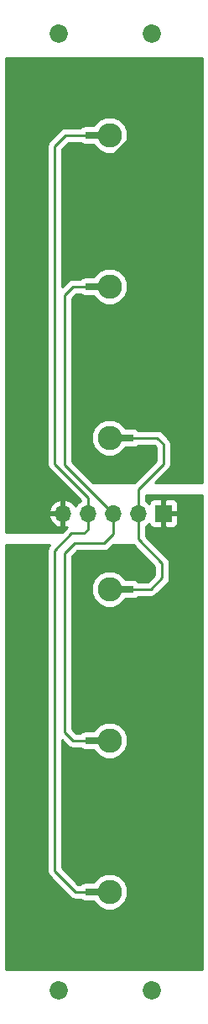
<source format=gtl>
G04 #@! TF.FileFunction,Copper,L1,Top,Signal*
%FSLAX46Y46*%
G04 Gerber Fmt 4.6, Leading zero omitted, Abs format (unit mm)*
G04 Created by KiCad (PCBNEW 4.0.7) date 02/21/18 20:26:29*
%MOMM*%
%LPD*%
G01*
G04 APERTURE LIST*
%ADD10C,0.100000*%
%ADD11R,1.700000X1.700000*%
%ADD12O,1.700000X1.700000*%
%ADD13C,1.850000*%
%ADD14R,1.090000X0.608000*%
%ADD15R,3.920000X1.090000*%
%ADD16C,2.450000*%
%ADD17R,2.450000X0.640000*%
%ADD18R,1.090000X3.920000*%
%ADD19C,0.250000*%
%ADD20C,0.254000*%
G04 APERTURE END LIST*
D10*
D11*
X142320000Y-97340000D03*
D12*
X139780000Y-97340000D03*
X137240000Y-97340000D03*
X134700000Y-97340000D03*
X132160000Y-97340000D03*
D13*
X131780000Y-145370000D03*
X141180000Y-145370000D03*
X131780000Y-48980000D03*
X141180000Y-48980000D03*
D10*
G36*
X133907500Y-57375001D02*
X134532500Y-56285001D01*
X134907500Y-56285001D01*
X135532500Y-57375001D01*
X133907500Y-57375001D01*
X133907500Y-57375001D01*
G37*
G36*
X138207500Y-57375001D02*
X138832500Y-56285001D01*
X139207500Y-56285001D01*
X139832500Y-57375001D01*
X138207500Y-57375001D01*
X138207500Y-57375001D01*
G37*
G36*
X135532500Y-61085001D02*
X134907500Y-62175001D01*
X134532500Y-62175001D01*
X133907500Y-61085001D01*
X135532500Y-61085001D01*
X135532500Y-61085001D01*
G37*
D14*
X134470000Y-57630001D03*
D15*
X136870000Y-61645001D03*
D16*
X136870000Y-59230001D03*
D17*
X135620000Y-59230001D03*
D15*
X136870000Y-56815001D03*
D18*
X139285000Y-59230001D03*
D14*
X134470000Y-60830001D03*
D10*
G36*
X139832500Y-61135001D02*
X139207500Y-62225001D01*
X138832500Y-62225001D01*
X138207500Y-61135001D01*
X139832500Y-61135001D01*
X139832500Y-61135001D01*
G37*
G36*
X133907500Y-72615001D02*
X134532500Y-71525001D01*
X134907500Y-71525001D01*
X135532500Y-72615001D01*
X133907500Y-72615001D01*
X133907500Y-72615001D01*
G37*
G36*
X138207500Y-72615001D02*
X138832500Y-71525001D01*
X139207500Y-71525001D01*
X139832500Y-72615001D01*
X138207500Y-72615001D01*
X138207500Y-72615001D01*
G37*
G36*
X135532500Y-76325001D02*
X134907500Y-77415001D01*
X134532500Y-77415001D01*
X133907500Y-76325001D01*
X135532500Y-76325001D01*
X135532500Y-76325001D01*
G37*
D14*
X134470000Y-72870001D03*
D15*
X136870000Y-76885001D03*
D16*
X136870000Y-74470001D03*
D17*
X135620000Y-74470001D03*
D15*
X136870000Y-72055001D03*
D18*
X139285000Y-74470001D03*
D14*
X134470000Y-76070001D03*
D10*
G36*
X139832500Y-76375001D02*
X139207500Y-77465001D01*
X138832500Y-77465001D01*
X138207500Y-76375001D01*
X139832500Y-76375001D01*
X139832500Y-76375001D01*
G37*
G36*
X139832500Y-91565001D02*
X139207500Y-92655001D01*
X138832500Y-92655001D01*
X138207500Y-91565001D01*
X139832500Y-91565001D01*
X139832500Y-91565001D01*
G37*
G36*
X135532500Y-91565001D02*
X134907500Y-92655001D01*
X134532500Y-92655001D01*
X133907500Y-91565001D01*
X135532500Y-91565001D01*
X135532500Y-91565001D01*
G37*
G36*
X138207500Y-87855001D02*
X138832500Y-86765001D01*
X139207500Y-86765001D01*
X139832500Y-87855001D01*
X138207500Y-87855001D01*
X138207500Y-87855001D01*
G37*
D14*
X139270000Y-91310001D03*
D15*
X136870000Y-87295001D03*
D16*
X136870000Y-89710001D03*
D17*
X138120000Y-89710001D03*
D15*
X136870000Y-92125001D03*
D18*
X134455000Y-89710001D03*
D14*
X139270000Y-88110001D03*
D10*
G36*
X133907500Y-87805001D02*
X134532500Y-86715001D01*
X134907500Y-86715001D01*
X135532500Y-87805001D01*
X133907500Y-87805001D01*
X133907500Y-87805001D01*
G37*
G36*
X139832500Y-106805001D02*
X139207500Y-107895001D01*
X138832500Y-107895001D01*
X138207500Y-106805001D01*
X139832500Y-106805001D01*
X139832500Y-106805001D01*
G37*
G36*
X135532500Y-106805001D02*
X134907500Y-107895001D01*
X134532500Y-107895001D01*
X133907500Y-106805001D01*
X135532500Y-106805001D01*
X135532500Y-106805001D01*
G37*
G36*
X138207500Y-103095001D02*
X138832500Y-102005001D01*
X139207500Y-102005001D01*
X139832500Y-103095001D01*
X138207500Y-103095001D01*
X138207500Y-103095001D01*
G37*
D14*
X139270000Y-106550001D03*
D15*
X136870000Y-102535001D03*
D16*
X136870000Y-104950001D03*
D17*
X138120000Y-104950001D03*
D15*
X136870000Y-107365001D03*
D18*
X134455000Y-104950001D03*
D14*
X139270000Y-103350001D03*
D10*
G36*
X133907500Y-103045001D02*
X134532500Y-101955001D01*
X134907500Y-101955001D01*
X135532500Y-103045001D01*
X133907500Y-103045001D01*
X133907500Y-103045001D01*
G37*
G36*
X133907500Y-118335001D02*
X134532500Y-117245001D01*
X134907500Y-117245001D01*
X135532500Y-118335001D01*
X133907500Y-118335001D01*
X133907500Y-118335001D01*
G37*
G36*
X138207500Y-118335001D02*
X138832500Y-117245001D01*
X139207500Y-117245001D01*
X139832500Y-118335001D01*
X138207500Y-118335001D01*
X138207500Y-118335001D01*
G37*
G36*
X135532500Y-122045001D02*
X134907500Y-123135001D01*
X134532500Y-123135001D01*
X133907500Y-122045001D01*
X135532500Y-122045001D01*
X135532500Y-122045001D01*
G37*
D14*
X134470000Y-118590001D03*
D15*
X136870000Y-122605001D03*
D16*
X136870000Y-120190001D03*
D17*
X135620000Y-120190001D03*
D15*
X136870000Y-117775001D03*
D18*
X139285000Y-120190001D03*
D14*
X134470000Y-121790001D03*
D10*
G36*
X139832500Y-122095001D02*
X139207500Y-123185001D01*
X138832500Y-123185001D01*
X138207500Y-122095001D01*
X139832500Y-122095001D01*
X139832500Y-122095001D01*
G37*
G36*
X133907500Y-133575001D02*
X134532500Y-132485001D01*
X134907500Y-132485001D01*
X135532500Y-133575001D01*
X133907500Y-133575001D01*
X133907500Y-133575001D01*
G37*
G36*
X138207500Y-133575001D02*
X138832500Y-132485001D01*
X139207500Y-132485001D01*
X139832500Y-133575001D01*
X138207500Y-133575001D01*
X138207500Y-133575001D01*
G37*
G36*
X135532500Y-137285001D02*
X134907500Y-138375001D01*
X134532500Y-138375001D01*
X133907500Y-137285001D01*
X135532500Y-137285001D01*
X135532500Y-137285001D01*
G37*
D14*
X134470000Y-133830001D03*
D15*
X136870000Y-137845001D03*
D16*
X136870000Y-135430001D03*
D17*
X135620000Y-135430001D03*
D15*
X136870000Y-133015001D03*
D18*
X139285000Y-135430001D03*
D14*
X134470000Y-137030001D03*
D10*
G36*
X139832500Y-137335001D02*
X139207500Y-138425001D01*
X138832500Y-138425001D01*
X138207500Y-137335001D01*
X139832500Y-137335001D01*
X139832500Y-137335001D01*
G37*
D19*
X138285000Y-56815001D02*
X136870000Y-56815001D01*
X139080000Y-57610001D02*
X138285000Y-56815001D01*
X139080000Y-59314003D02*
X139080000Y-57610001D01*
X136764002Y-61630001D02*
X139080000Y-59314003D01*
X134720000Y-61630001D02*
X136764002Y-61630001D01*
X134720000Y-91465001D02*
X134720000Y-92110001D01*
X139020000Y-56830001D02*
X139020000Y-57380001D01*
X139020000Y-57380001D02*
X139270000Y-57630001D01*
X136870000Y-56815001D02*
X139005000Y-56815001D01*
X139005000Y-56815001D02*
X139020000Y-56830001D01*
X136870000Y-61645001D02*
X134735000Y-61645001D01*
X134735000Y-61645001D02*
X134720000Y-61630001D01*
X139020000Y-61630001D02*
X136885000Y-61630001D01*
X136885000Y-61630001D02*
X136870000Y-61645001D01*
X139270000Y-60830001D02*
X139270000Y-61380001D01*
X139270000Y-61380001D02*
X139020000Y-61630001D01*
X134720000Y-72020001D02*
X135108494Y-71631507D01*
X135108494Y-62018495D02*
X134720000Y-61630001D01*
X139020000Y-72070001D02*
X139020000Y-72620001D01*
X139020000Y-72620001D02*
X139270000Y-72870001D01*
X136870000Y-72055001D02*
X139005000Y-72055001D01*
X139005000Y-72055001D02*
X139020000Y-72070001D01*
X134720000Y-72020001D02*
X136835000Y-72020001D01*
X136835000Y-72020001D02*
X136870000Y-72055001D01*
X134455000Y-72260001D02*
X134695000Y-72020001D01*
X134695000Y-72020001D02*
X134720000Y-72020001D01*
X136870000Y-76885001D02*
X134735000Y-76885001D01*
X134735000Y-76885001D02*
X134720000Y-76870001D01*
X139020000Y-76870001D02*
X136885000Y-76870001D01*
X136885000Y-76870001D02*
X136870000Y-76885001D01*
X139270000Y-76070001D02*
X139270000Y-76620001D01*
X139270000Y-76620001D02*
X139020000Y-76870001D01*
X139020000Y-87310001D02*
X139020000Y-87860001D01*
X139020000Y-87860001D02*
X139270000Y-88110001D01*
X136870000Y-87295001D02*
X139005000Y-87295001D01*
X139005000Y-87295001D02*
X139020000Y-87310001D01*
X134720000Y-87260001D02*
X136835000Y-87260001D01*
X136835000Y-87260001D02*
X136870000Y-87295001D01*
X134455000Y-89710001D02*
X134455000Y-87500001D01*
X134455000Y-87500001D02*
X134695000Y-87260001D01*
X134695000Y-87260001D02*
X134720000Y-87260001D01*
X134720000Y-92110001D02*
X134720000Y-89975001D01*
X134720000Y-89975001D02*
X134455000Y-89710001D01*
X136870000Y-92125001D02*
X134735000Y-92125001D01*
X134735000Y-92125001D02*
X134720000Y-92110001D01*
X139020000Y-92110001D02*
X136885000Y-92110001D01*
X136885000Y-92110001D02*
X136870000Y-92125001D01*
X139270000Y-91310001D02*
X139270000Y-91860001D01*
X139270000Y-91860001D02*
X139020000Y-92110001D01*
X139005000Y-137845001D02*
X139020000Y-137830001D01*
X136855000Y-137830001D02*
X136870000Y-137845001D01*
X134645000Y-137830001D02*
X134720000Y-137830001D01*
X136885000Y-133030001D02*
X136870000Y-133015001D01*
X136835000Y-102500001D02*
X136870000Y-102535001D01*
X136885000Y-107350001D02*
X136870000Y-107365001D01*
X131320000Y-60340000D02*
X132429999Y-59230001D01*
X132429999Y-59230001D02*
X135620000Y-59230001D01*
X134700000Y-97340000D02*
X134700000Y-95720000D01*
X134700000Y-95720000D02*
X131320000Y-92340000D01*
X131320000Y-92340000D02*
X131320000Y-60340000D01*
X136870000Y-59230001D02*
X135620000Y-59230001D01*
X135620000Y-59230001D02*
X135091410Y-59230001D01*
X134700000Y-97340000D02*
X134700000Y-98960000D01*
X134700000Y-98960000D02*
X134320000Y-99340000D01*
X134320000Y-99340000D02*
X133051146Y-99340000D01*
X133051146Y-99340000D02*
X131320000Y-101071146D01*
X133410001Y-135430001D02*
X135620000Y-135430001D01*
X131320000Y-101071146D02*
X131320000Y-133340000D01*
X131320000Y-133340000D02*
X133410001Y-135430001D01*
X135620000Y-135430001D02*
X136870000Y-135430001D01*
X134004990Y-74470001D02*
X135620000Y-74470001D01*
X135620000Y-74470001D02*
X136870000Y-74470001D01*
X137240000Y-97340000D02*
X132320000Y-92420000D01*
X132320000Y-92420000D02*
X132320000Y-75340000D01*
X132320000Y-75340000D02*
X133189999Y-74470001D01*
X133189999Y-74470001D02*
X134004990Y-74470001D01*
X135620000Y-120190001D02*
X136870000Y-120190001D01*
X132320000Y-119340000D02*
X133170001Y-120190001D01*
X133170001Y-120190001D02*
X135620000Y-120190001D01*
X132320000Y-101340000D02*
X132320000Y-119340000D01*
X133320000Y-100340000D02*
X132320000Y-101340000D01*
X136320000Y-100340000D02*
X133320000Y-100340000D01*
X137240000Y-99420000D02*
X136320000Y-100340000D01*
X137240000Y-97340000D02*
X137240000Y-99420000D01*
X138120000Y-104950001D02*
X141054710Y-104950001D01*
X141054710Y-104950001D02*
X142190877Y-103813834D01*
X142190877Y-103813834D02*
X142190877Y-102349559D01*
X142190877Y-102349559D02*
X139780000Y-99938682D01*
X139780000Y-99938682D02*
X139780000Y-97340000D01*
X138120000Y-104950001D02*
X136870000Y-104950001D01*
X138120000Y-89710001D02*
X136870000Y-89710001D01*
X142320000Y-90340000D02*
X141690001Y-89710001D01*
X141690001Y-89710001D02*
X138120000Y-89710001D01*
X142320000Y-92340000D02*
X142320000Y-90340000D01*
X139780000Y-94880000D02*
X142320000Y-92340000D01*
X139780000Y-97340000D02*
X139780000Y-94880000D01*
D20*
G36*
X146193000Y-143213000D02*
X126447000Y-143213000D01*
X126447000Y-100467000D01*
X130849344Y-100467000D01*
X130782599Y-100533745D01*
X130617852Y-100780307D01*
X130560000Y-101071146D01*
X130560000Y-133340000D01*
X130617852Y-133630839D01*
X130782599Y-133877401D01*
X132872600Y-135967402D01*
X133119162Y-136132149D01*
X133410001Y-136190001D01*
X133923548Y-136190001D01*
X133930910Y-136201442D01*
X134143110Y-136346432D01*
X134395000Y-136397441D01*
X135257215Y-136397441D01*
X135292249Y-136482230D01*
X135815019Y-137005913D01*
X136498400Y-137289678D01*
X137238354Y-137290324D01*
X137922229Y-137007752D01*
X138445912Y-136484982D01*
X138729677Y-135801601D01*
X138730323Y-135061647D01*
X138447751Y-134377772D01*
X137924981Y-133854089D01*
X137241600Y-133570324D01*
X136501646Y-133569678D01*
X135817771Y-133852250D01*
X135294088Y-134375020D01*
X135257738Y-134462561D01*
X134395000Y-134462561D01*
X134159683Y-134506839D01*
X133943559Y-134645911D01*
X133927099Y-134670001D01*
X133724803Y-134670001D01*
X132080000Y-133025198D01*
X132080000Y-120174802D01*
X132632600Y-120727402D01*
X132879162Y-120892149D01*
X133170001Y-120950001D01*
X133923548Y-120950001D01*
X133930910Y-120961442D01*
X134143110Y-121106432D01*
X134395000Y-121157441D01*
X135257215Y-121157441D01*
X135292249Y-121242230D01*
X135815019Y-121765913D01*
X136498400Y-122049678D01*
X137238354Y-122050324D01*
X137922229Y-121767752D01*
X138445912Y-121244982D01*
X138729677Y-120561601D01*
X138730323Y-119821647D01*
X138447751Y-119137772D01*
X137924981Y-118614089D01*
X137241600Y-118330324D01*
X136501646Y-118329678D01*
X135817771Y-118612250D01*
X135294088Y-119135020D01*
X135257738Y-119222561D01*
X134395000Y-119222561D01*
X134159683Y-119266839D01*
X133943559Y-119405911D01*
X133927099Y-119430001D01*
X133484803Y-119430001D01*
X133080000Y-119025198D01*
X133080000Y-101654802D01*
X133634802Y-101100000D01*
X136320000Y-101100000D01*
X136610839Y-101042148D01*
X136857401Y-100877401D01*
X137267802Y-100467000D01*
X139236530Y-100467000D01*
X139242599Y-100476083D01*
X141430877Y-102664361D01*
X141430877Y-103499032D01*
X140739908Y-104190001D01*
X139816452Y-104190001D01*
X139809090Y-104178560D01*
X139596890Y-104033570D01*
X139345000Y-103982561D01*
X138482785Y-103982561D01*
X138447751Y-103897772D01*
X137924981Y-103374089D01*
X137241600Y-103090324D01*
X136501646Y-103089678D01*
X135817771Y-103372250D01*
X135294088Y-103895020D01*
X135010323Y-104578401D01*
X135009677Y-105318355D01*
X135292249Y-106002230D01*
X135815019Y-106525913D01*
X136498400Y-106809678D01*
X137238354Y-106810324D01*
X137922229Y-106527752D01*
X138445912Y-106004982D01*
X138482262Y-105917441D01*
X139345000Y-105917441D01*
X139580317Y-105873163D01*
X139796441Y-105734091D01*
X139812901Y-105710001D01*
X141054710Y-105710001D01*
X141345549Y-105652149D01*
X141592111Y-105487402D01*
X142728278Y-104351235D01*
X142893025Y-104104673D01*
X142950877Y-103813834D01*
X142950877Y-102349559D01*
X142893025Y-102058720D01*
X142728278Y-101812158D01*
X140540000Y-99623880D01*
X140540000Y-98612954D01*
X140830054Y-98419147D01*
X140859403Y-98375223D01*
X140931673Y-98549698D01*
X141110301Y-98728327D01*
X141343690Y-98825000D01*
X142034250Y-98825000D01*
X142193000Y-98666250D01*
X142193000Y-97467000D01*
X142447000Y-97467000D01*
X142447000Y-98666250D01*
X142605750Y-98825000D01*
X143296310Y-98825000D01*
X143529699Y-98728327D01*
X143708327Y-98549698D01*
X143805000Y-98316309D01*
X143805000Y-97625750D01*
X143646250Y-97467000D01*
X142447000Y-97467000D01*
X142193000Y-97467000D01*
X142173000Y-97467000D01*
X142173000Y-97213000D01*
X142193000Y-97213000D01*
X142193000Y-96013750D01*
X142447000Y-96013750D01*
X142447000Y-97213000D01*
X143646250Y-97213000D01*
X143805000Y-97054250D01*
X143805000Y-96363691D01*
X143708327Y-96130302D01*
X143529699Y-95951673D01*
X143296310Y-95855000D01*
X142605750Y-95855000D01*
X142447000Y-96013750D01*
X142193000Y-96013750D01*
X142034250Y-95855000D01*
X141343690Y-95855000D01*
X141110301Y-95951673D01*
X140931673Y-96130302D01*
X140859403Y-96304777D01*
X140830054Y-96260853D01*
X140540000Y-96067046D01*
X140540000Y-95467000D01*
X146193000Y-95467000D01*
X146193000Y-143213000D01*
X146193000Y-143213000D01*
G37*
X146193000Y-143213000D02*
X126447000Y-143213000D01*
X126447000Y-100467000D01*
X130849344Y-100467000D01*
X130782599Y-100533745D01*
X130617852Y-100780307D01*
X130560000Y-101071146D01*
X130560000Y-133340000D01*
X130617852Y-133630839D01*
X130782599Y-133877401D01*
X132872600Y-135967402D01*
X133119162Y-136132149D01*
X133410001Y-136190001D01*
X133923548Y-136190001D01*
X133930910Y-136201442D01*
X134143110Y-136346432D01*
X134395000Y-136397441D01*
X135257215Y-136397441D01*
X135292249Y-136482230D01*
X135815019Y-137005913D01*
X136498400Y-137289678D01*
X137238354Y-137290324D01*
X137922229Y-137007752D01*
X138445912Y-136484982D01*
X138729677Y-135801601D01*
X138730323Y-135061647D01*
X138447751Y-134377772D01*
X137924981Y-133854089D01*
X137241600Y-133570324D01*
X136501646Y-133569678D01*
X135817771Y-133852250D01*
X135294088Y-134375020D01*
X135257738Y-134462561D01*
X134395000Y-134462561D01*
X134159683Y-134506839D01*
X133943559Y-134645911D01*
X133927099Y-134670001D01*
X133724803Y-134670001D01*
X132080000Y-133025198D01*
X132080000Y-120174802D01*
X132632600Y-120727402D01*
X132879162Y-120892149D01*
X133170001Y-120950001D01*
X133923548Y-120950001D01*
X133930910Y-120961442D01*
X134143110Y-121106432D01*
X134395000Y-121157441D01*
X135257215Y-121157441D01*
X135292249Y-121242230D01*
X135815019Y-121765913D01*
X136498400Y-122049678D01*
X137238354Y-122050324D01*
X137922229Y-121767752D01*
X138445912Y-121244982D01*
X138729677Y-120561601D01*
X138730323Y-119821647D01*
X138447751Y-119137772D01*
X137924981Y-118614089D01*
X137241600Y-118330324D01*
X136501646Y-118329678D01*
X135817771Y-118612250D01*
X135294088Y-119135020D01*
X135257738Y-119222561D01*
X134395000Y-119222561D01*
X134159683Y-119266839D01*
X133943559Y-119405911D01*
X133927099Y-119430001D01*
X133484803Y-119430001D01*
X133080000Y-119025198D01*
X133080000Y-101654802D01*
X133634802Y-101100000D01*
X136320000Y-101100000D01*
X136610839Y-101042148D01*
X136857401Y-100877401D01*
X137267802Y-100467000D01*
X139236530Y-100467000D01*
X139242599Y-100476083D01*
X141430877Y-102664361D01*
X141430877Y-103499032D01*
X140739908Y-104190001D01*
X139816452Y-104190001D01*
X139809090Y-104178560D01*
X139596890Y-104033570D01*
X139345000Y-103982561D01*
X138482785Y-103982561D01*
X138447751Y-103897772D01*
X137924981Y-103374089D01*
X137241600Y-103090324D01*
X136501646Y-103089678D01*
X135817771Y-103372250D01*
X135294088Y-103895020D01*
X135010323Y-104578401D01*
X135009677Y-105318355D01*
X135292249Y-106002230D01*
X135815019Y-106525913D01*
X136498400Y-106809678D01*
X137238354Y-106810324D01*
X137922229Y-106527752D01*
X138445912Y-106004982D01*
X138482262Y-105917441D01*
X139345000Y-105917441D01*
X139580317Y-105873163D01*
X139796441Y-105734091D01*
X139812901Y-105710001D01*
X141054710Y-105710001D01*
X141345549Y-105652149D01*
X141592111Y-105487402D01*
X142728278Y-104351235D01*
X142893025Y-104104673D01*
X142950877Y-103813834D01*
X142950877Y-102349559D01*
X142893025Y-102058720D01*
X142728278Y-101812158D01*
X140540000Y-99623880D01*
X140540000Y-98612954D01*
X140830054Y-98419147D01*
X140859403Y-98375223D01*
X140931673Y-98549698D01*
X141110301Y-98728327D01*
X141343690Y-98825000D01*
X142034250Y-98825000D01*
X142193000Y-98666250D01*
X142193000Y-97467000D01*
X142447000Y-97467000D01*
X142447000Y-98666250D01*
X142605750Y-98825000D01*
X143296310Y-98825000D01*
X143529699Y-98728327D01*
X143708327Y-98549698D01*
X143805000Y-98316309D01*
X143805000Y-97625750D01*
X143646250Y-97467000D01*
X142447000Y-97467000D01*
X142193000Y-97467000D01*
X142173000Y-97467000D01*
X142173000Y-97213000D01*
X142193000Y-97213000D01*
X142193000Y-96013750D01*
X142447000Y-96013750D01*
X142447000Y-97213000D01*
X143646250Y-97213000D01*
X143805000Y-97054250D01*
X143805000Y-96363691D01*
X143708327Y-96130302D01*
X143529699Y-95951673D01*
X143296310Y-95855000D01*
X142605750Y-95855000D01*
X142447000Y-96013750D01*
X142193000Y-96013750D01*
X142034250Y-95855000D01*
X141343690Y-95855000D01*
X141110301Y-95951673D01*
X140931673Y-96130302D01*
X140859403Y-96304777D01*
X140830054Y-96260853D01*
X140540000Y-96067046D01*
X140540000Y-95467000D01*
X146193000Y-95467000D01*
X146193000Y-143213000D01*
G36*
X146193000Y-94213000D02*
X141521802Y-94213000D01*
X142857401Y-92877401D01*
X143022148Y-92630840D01*
X143031746Y-92582586D01*
X143080000Y-92340000D01*
X143080000Y-90340000D01*
X143022148Y-90049161D01*
X142857401Y-89802599D01*
X142227402Y-89172600D01*
X141980840Y-89007853D01*
X141690001Y-88950001D01*
X139816452Y-88950001D01*
X139809090Y-88938560D01*
X139596890Y-88793570D01*
X139345000Y-88742561D01*
X138482785Y-88742561D01*
X138447751Y-88657772D01*
X137924981Y-88134089D01*
X137241600Y-87850324D01*
X136501646Y-87849678D01*
X135817771Y-88132250D01*
X135294088Y-88655020D01*
X135010323Y-89338401D01*
X135009677Y-90078355D01*
X135292249Y-90762230D01*
X135815019Y-91285913D01*
X136498400Y-91569678D01*
X137238354Y-91570324D01*
X137922229Y-91287752D01*
X138445912Y-90764982D01*
X138482262Y-90677441D01*
X139345000Y-90677441D01*
X139580317Y-90633163D01*
X139796441Y-90494091D01*
X139812901Y-90470001D01*
X141375199Y-90470001D01*
X141560000Y-90654802D01*
X141560000Y-92025198D01*
X139372198Y-94213000D01*
X135320000Y-94213000D01*
X135270590Y-94223006D01*
X135228965Y-94251447D01*
X135227902Y-94253100D01*
X133080000Y-92105198D01*
X133080000Y-75654802D01*
X133504801Y-75230001D01*
X133923548Y-75230001D01*
X133930910Y-75241442D01*
X134143110Y-75386432D01*
X134395000Y-75437441D01*
X135257215Y-75437441D01*
X135292249Y-75522230D01*
X135815019Y-76045913D01*
X136498400Y-76329678D01*
X137238354Y-76330324D01*
X137922229Y-76047752D01*
X138445912Y-75524982D01*
X138729677Y-74841601D01*
X138730323Y-74101647D01*
X138447751Y-73417772D01*
X137924981Y-72894089D01*
X137241600Y-72610324D01*
X136501646Y-72609678D01*
X135817771Y-72892250D01*
X135294088Y-73415020D01*
X135257738Y-73502561D01*
X134395000Y-73502561D01*
X134159683Y-73546839D01*
X133943559Y-73685911D01*
X133927099Y-73710001D01*
X133189999Y-73710001D01*
X132899159Y-73767853D01*
X132652598Y-73932600D01*
X132080000Y-74505198D01*
X132080000Y-60654802D01*
X132744801Y-59990001D01*
X133923548Y-59990001D01*
X133930910Y-60001442D01*
X134143110Y-60146432D01*
X134395000Y-60197441D01*
X135257215Y-60197441D01*
X135292249Y-60282230D01*
X135815019Y-60805913D01*
X136498400Y-61089678D01*
X137238354Y-61090324D01*
X137922229Y-60807752D01*
X138445912Y-60284982D01*
X138729677Y-59601601D01*
X138730323Y-58861647D01*
X138447751Y-58177772D01*
X137924981Y-57654089D01*
X137241600Y-57370324D01*
X136501646Y-57369678D01*
X135817771Y-57652250D01*
X135294088Y-58175020D01*
X135257738Y-58262561D01*
X134395000Y-58262561D01*
X134159683Y-58306839D01*
X133943559Y-58445911D01*
X133927099Y-58470001D01*
X132429999Y-58470001D01*
X132139160Y-58527853D01*
X131892598Y-58692600D01*
X130782599Y-59802599D01*
X130617852Y-60049161D01*
X130560000Y-60340000D01*
X130560000Y-92340000D01*
X130617852Y-92630839D01*
X130782599Y-92877401D01*
X133940000Y-96034802D01*
X133940000Y-96067046D01*
X133649946Y-96260853D01*
X133422298Y-96601553D01*
X133355183Y-96458642D01*
X132926924Y-96068355D01*
X132516890Y-95898524D01*
X132287000Y-96019845D01*
X132287000Y-97213000D01*
X132307000Y-97213000D01*
X132307000Y-97467000D01*
X132287000Y-97467000D01*
X132287000Y-98660155D01*
X132516890Y-98781476D01*
X132591781Y-98750457D01*
X132513745Y-98802599D01*
X132103344Y-99213000D01*
X126447000Y-99213000D01*
X126447000Y-97696892D01*
X130718514Y-97696892D01*
X130964817Y-98221358D01*
X131393076Y-98611645D01*
X131803110Y-98781476D01*
X132033000Y-98660155D01*
X132033000Y-97467000D01*
X130839181Y-97467000D01*
X130718514Y-97696892D01*
X126447000Y-97696892D01*
X126447000Y-96983108D01*
X130718514Y-96983108D01*
X130839181Y-97213000D01*
X132033000Y-97213000D01*
X132033000Y-96019845D01*
X131803110Y-95898524D01*
X131393076Y-96068355D01*
X130964817Y-96458642D01*
X130718514Y-96983108D01*
X126447000Y-96983108D01*
X126447000Y-51467000D01*
X146193000Y-51467000D01*
X146193000Y-94213000D01*
X146193000Y-94213000D01*
G37*
X146193000Y-94213000D02*
X141521802Y-94213000D01*
X142857401Y-92877401D01*
X143022148Y-92630840D01*
X143031746Y-92582586D01*
X143080000Y-92340000D01*
X143080000Y-90340000D01*
X143022148Y-90049161D01*
X142857401Y-89802599D01*
X142227402Y-89172600D01*
X141980840Y-89007853D01*
X141690001Y-88950001D01*
X139816452Y-88950001D01*
X139809090Y-88938560D01*
X139596890Y-88793570D01*
X139345000Y-88742561D01*
X138482785Y-88742561D01*
X138447751Y-88657772D01*
X137924981Y-88134089D01*
X137241600Y-87850324D01*
X136501646Y-87849678D01*
X135817771Y-88132250D01*
X135294088Y-88655020D01*
X135010323Y-89338401D01*
X135009677Y-90078355D01*
X135292249Y-90762230D01*
X135815019Y-91285913D01*
X136498400Y-91569678D01*
X137238354Y-91570324D01*
X137922229Y-91287752D01*
X138445912Y-90764982D01*
X138482262Y-90677441D01*
X139345000Y-90677441D01*
X139580317Y-90633163D01*
X139796441Y-90494091D01*
X139812901Y-90470001D01*
X141375199Y-90470001D01*
X141560000Y-90654802D01*
X141560000Y-92025198D01*
X139372198Y-94213000D01*
X135320000Y-94213000D01*
X135270590Y-94223006D01*
X135228965Y-94251447D01*
X135227902Y-94253100D01*
X133080000Y-92105198D01*
X133080000Y-75654802D01*
X133504801Y-75230001D01*
X133923548Y-75230001D01*
X133930910Y-75241442D01*
X134143110Y-75386432D01*
X134395000Y-75437441D01*
X135257215Y-75437441D01*
X135292249Y-75522230D01*
X135815019Y-76045913D01*
X136498400Y-76329678D01*
X137238354Y-76330324D01*
X137922229Y-76047752D01*
X138445912Y-75524982D01*
X138729677Y-74841601D01*
X138730323Y-74101647D01*
X138447751Y-73417772D01*
X137924981Y-72894089D01*
X137241600Y-72610324D01*
X136501646Y-72609678D01*
X135817771Y-72892250D01*
X135294088Y-73415020D01*
X135257738Y-73502561D01*
X134395000Y-73502561D01*
X134159683Y-73546839D01*
X133943559Y-73685911D01*
X133927099Y-73710001D01*
X133189999Y-73710001D01*
X132899159Y-73767853D01*
X132652598Y-73932600D01*
X132080000Y-74505198D01*
X132080000Y-60654802D01*
X132744801Y-59990001D01*
X133923548Y-59990001D01*
X133930910Y-60001442D01*
X134143110Y-60146432D01*
X134395000Y-60197441D01*
X135257215Y-60197441D01*
X135292249Y-60282230D01*
X135815019Y-60805913D01*
X136498400Y-61089678D01*
X137238354Y-61090324D01*
X137922229Y-60807752D01*
X138445912Y-60284982D01*
X138729677Y-59601601D01*
X138730323Y-58861647D01*
X138447751Y-58177772D01*
X137924981Y-57654089D01*
X137241600Y-57370324D01*
X136501646Y-57369678D01*
X135817771Y-57652250D01*
X135294088Y-58175020D01*
X135257738Y-58262561D01*
X134395000Y-58262561D01*
X134159683Y-58306839D01*
X133943559Y-58445911D01*
X133927099Y-58470001D01*
X132429999Y-58470001D01*
X132139160Y-58527853D01*
X131892598Y-58692600D01*
X130782599Y-59802599D01*
X130617852Y-60049161D01*
X130560000Y-60340000D01*
X130560000Y-92340000D01*
X130617852Y-92630839D01*
X130782599Y-92877401D01*
X133940000Y-96034802D01*
X133940000Y-96067046D01*
X133649946Y-96260853D01*
X133422298Y-96601553D01*
X133355183Y-96458642D01*
X132926924Y-96068355D01*
X132516890Y-95898524D01*
X132287000Y-96019845D01*
X132287000Y-97213000D01*
X132307000Y-97213000D01*
X132307000Y-97467000D01*
X132287000Y-97467000D01*
X132287000Y-98660155D01*
X132516890Y-98781476D01*
X132591781Y-98750457D01*
X132513745Y-98802599D01*
X132103344Y-99213000D01*
X126447000Y-99213000D01*
X126447000Y-97696892D01*
X130718514Y-97696892D01*
X130964817Y-98221358D01*
X131393076Y-98611645D01*
X131803110Y-98781476D01*
X132033000Y-98660155D01*
X132033000Y-97467000D01*
X130839181Y-97467000D01*
X130718514Y-97696892D01*
X126447000Y-97696892D01*
X126447000Y-96983108D01*
X130718514Y-96983108D01*
X130839181Y-97213000D01*
X132033000Y-97213000D01*
X132033000Y-96019845D01*
X131803110Y-95898524D01*
X131393076Y-96068355D01*
X130964817Y-96458642D01*
X130718514Y-96983108D01*
X126447000Y-96983108D01*
X126447000Y-51467000D01*
X146193000Y-51467000D01*
X146193000Y-94213000D01*
M02*

</source>
